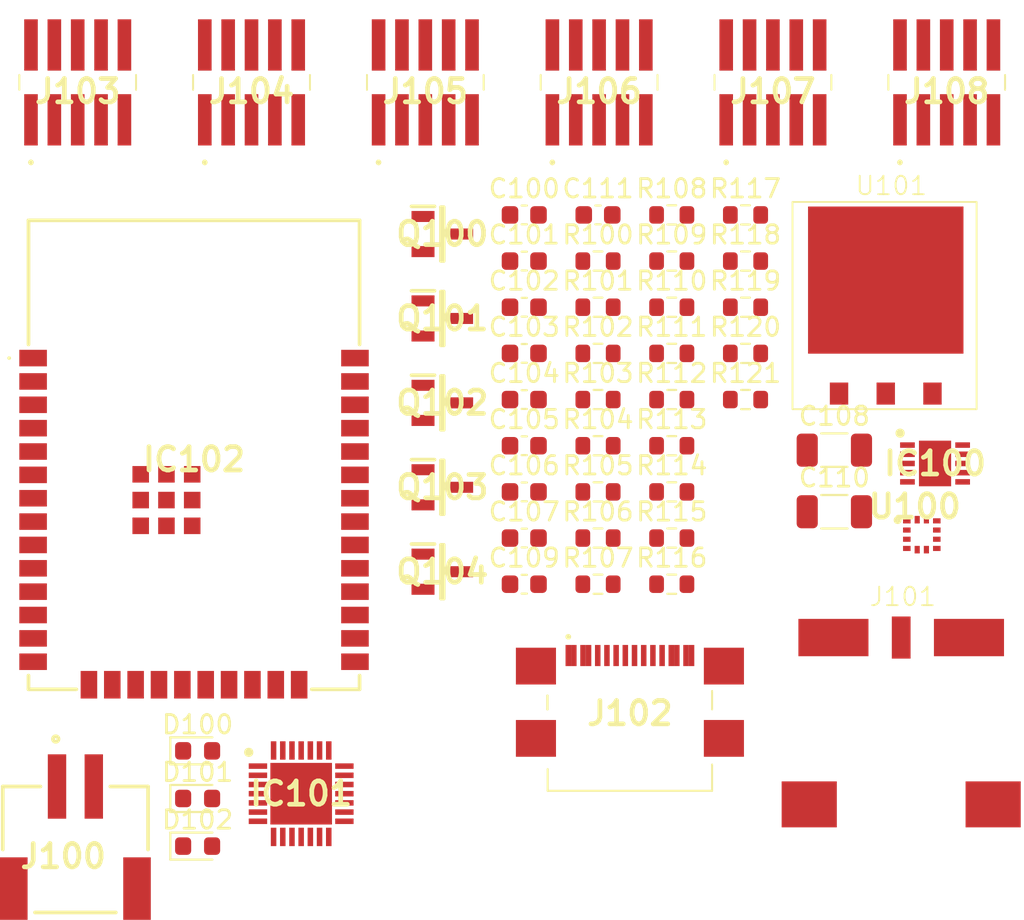
<source format=kicad_pcb>
(kicad_pcb (version 20221018) (generator pcbnew)
  (layers (0 "F.Cu" signal) (1 "In1.Cu" power) (2 "In2.Cu" power) (31 "B.Cu" signal) (34 "B.Paste" user) (35 "F.Paste" user) (36 "B.SilkS" user "B.Silkscreen") (37 "F.SilkS" user "F.Silkscreen") (38 "B.Mask" user) (39 "F.Mask" user) (44 "Edge.Cuts" user))
  (net 0 "")
  (net 1 "+3V3")
  (net 2 "GND")
  (net 3 "VBUS")
  (net 4 "CP2102_VDD")
  (net 5 "VBAT")
  (net 6 "Net-(IC102-EN)")
  (net 7 "Net-(D100-K)")
  (net 8 "Net-(D100-A)")
  (net 9 "Net-(D101-K)")
  (net 10 "Net-(D101-A)")
  (net 11 "Net-(D102-K)")
  (net 12 "Net-(D102-A)")
  (net 13 "Net-(IC100-PROG)")
  (net 14 "MASTER_CLK")
  (net 15 "LATCH")
  (net 16 "BRIGHTNESS_PWM")
  (net 17 "Net-(IC100-THERM)")
  (net 20 "SERIAL_IN0")
  (net 21 "Net-(IC101-VBUS)")
  (net 22 "MUX_B0")
  (net 23 "MUX_B1")
  (net 24 "MUX_B2")
  (net 25 "MUX_B3")
  (net 26 "VBAT_SENSE")
  (net 27 "VBUS_SENSE")
  (net 28 "CHG_100mA")
  (net 29 "BMA400_INT1")
  (net 30 "SDA")
  (net 31 "SCL")
  (net 32 "SERIAL_IN1")
  (net 33 "SERIAL_IN2")
  (net 34 "SERIAL_IN3")
  (net 35 "SERIAL_IN4")
  (net 36 "Net-(IC101-RSTB)")
  (net 37 "SERIAL_IN5")
  (net 46 "IO0")
  (net 49 "TXD")
  (net 50 "RXD")
  (net 53 "D+")
  (net 54 "D-")
  (net 60 "CHG_1.5A")
  (net 61 "CHG_500mA")
  (net 68 "RTS")
  (net 69 "DTR")
  (net 70 "Net-(J100-+)")
  (net 71 "Net-(J102-A5{slash}CC1)")
  (net 73 "Net-(J102-B5{slash}CC2)")
  (net 79 "Net-(Q100-D)")
  (net 80 "Net-(Q101-D)")
  (net 81 "Net-(Q102-D)")
  (net 82 "Net-(Q103-G)")
  (net 83 "Net-(Q103-S)")
  (net 84 "EN")
  (footprint "Resistor_SMD:R_0603_1608Metric" (layer "F.Cu") (at 217.275 56.73)
    (fp_text reference "R103" (at 0 -1.43) (layer "F.SilkS"))
    (fp_text value "1k")
    (pad "1" smd roundrect (at -0.825 0) (size 0.8 0.95) (layers "F.Cu" "F.Paste" "F.Mask") (net 4 "CP2102_VDD"))
    (pad "2" smd roundrect (at 0.825 0) (size 0.8 0.95) (layers "F.Cu" "F.Paste" "F.Mask") (net 36 "Net-(IC101-RSTB)"))
  )
  (footprint "Capacitor_SMD:C_0603_1608Metric" (layer "F.Cu") (at 213.265 56.73)
    (fp_text reference "C104" (at 0 -1.43) (layer "F.SilkS"))
    (fp_text value "100n")
    (pad "1" smd roundrect (at -0.775 0) (size 0.9 0.95) (layers "F.Cu" "F.Paste" "F.Mask") (net 1 "+3V3"))
    (pad "2" smd roundrect (at 0.775 0) (size 0.9 0.95) (layers "F.Cu" "F.Paste" "F.Mask") (net 2 "GND"))
  )
  (footprint "LEDCube:MIC37300-3.3-SPAK3" (layer "F.Cu") (at 232.92 56.405)
    (fp_text reference "U101" (at 0.3 -11.3 unlocked) (layer "F.SilkS") (effects (font (thickness 0.1))))
    (fp_text value "~")
    (pad "1" smd rect (at -2.54 0) (size 1 1.2) (layers "F.Cu" "F.Paste" "F.Mask") (net 5 "VBAT"))
    (pad "2" smd rect (at 0 -6.17) (size 8.45 8) (layers "F.Cu" "F.Mask") (net 2 "GND"))
    (pad "2" smd rect (at 0 0) (size 1 1.2) (layers "F.Cu" "F.Paste" "F.Mask") (net 2 "GND"))
    (pad "3" smd rect (at 2.54 0) (size 1 1.2) (layers "F.Cu" "F.Paste" "F.Mask") (net 1 "+3V3"))
  )
  (footprint "SamacSys_Parts:SOT96P237X111-3N" (layer "F.Cu") (at 208.81 52.32)
    (fp_text reference "Q101" (at 0 0) (layer "F.SilkS") (effects (font (size 1.27 1.27) (thickness 0.254))))
    (fp_text value "Q_NMOS_GSD" hide)
    (pad "1" smd rect (at -1.05 -0.955 90) (size 0.6 1.25) (layers "F.Cu" "F.Paste" "F.Mask") (net 61 "CHG_500mA"))
    (pad "2" smd rect (at -1.05 0.955 90) (size 0.6 1.25) (layers "F.Cu" "F.Paste" "F.Mask") (net 2 "GND"))
    (pad "3" smd rect (at 1.05 0 90) (size 0.6 1.25) (layers "F.Cu" "F.Paste" "F.Mask") (net 80 "Net-(Q101-D)"))
  )
  (footprint "Capacitor_SMD:C_0603_1608Metric" (layer "F.Cu") (at 213.265 64.26)
    (fp_text reference "C107" (at 0 -1.43) (layer "F.SilkS"))
    (fp_text value "4.7u")
    (pad "1" smd roundrect (at -0.775 0) (size 0.9 0.95) (layers "F.Cu" "F.Paste" "F.Mask") (net 5 "VBAT"))
    (pad "2" smd roundrect (at 0.775 0) (size 0.9 0.95) (layers "F.Cu" "F.Paste" "F.Mask") (net 2 "GND"))
  )
  (footprint "Resistor_SMD:R_0603_1608Metric" (layer "F.Cu") (at 217.275 64.26)
    (fp_text reference "R106" (at 0 -1.43) (layer "F.SilkS"))
    (fp_text value "2.49k")
    (pad "1" smd roundrect (at -0.825 0) (size 0.8 0.95) (layers "F.Cu" "F.Paste" "F.Mask") (net 13 "Net-(IC100-PROG)"))
    (pad "2" smd roundrect (at 0.825 0) (size 0.8 0.95) (layers "F.Cu" "F.Paste" "F.Mask") (net 80 "Net-(Q101-D)"))
  )
  (footprint "SamacSys_Parts:1769" (layer "F.Cu") (at 188.86 77.769)
    (fp_text reference "J100" (at -0.662 3.794) (layer "F.SilkS") (effects (font (size 1.27 1.27) (thickness 0.254))))
    (fp_text value "1769" hide)
    (pad "1" smd rect (at -1 0) (size 1 3.5) (layers "F.Cu" "F.Paste" "F.Mask") (net 70 "Net-(J100-+)"))
    (pad "2" smd rect (at 1 0) (size 1 3.5) (layers "F.Cu" "F.Paste" "F.Mask") (net 2 "GND"))
    (pad "3" smd rect (at -3.35 5.55) (size 1.5 3.4) (layers "F.Cu" "F.Paste" "F.Mask"))
    (pad "4" smd rect (at 3.35 5.55) (size 1.5 3.4) (layers "F.Cu" "F.Paste" "F.Mask"))
  )
  (footprint "SamacSys_Parts:SOT96P237X111-3N" (layer "F.Cu") (at 208.81 61.5)
    (fp_text reference "Q103" (at 0 0) (layer "F.SilkS") (effects (font (size 1.27 1.27) (thickness 0.254))))
    (fp_text value "Q_NMOS_GSD" hide)
    (pad "1" smd rect (at -1.05 -0.955 90) (size 0.6 1.25) (layers "F.Cu" "F.Paste" "F.Mask") (net 82 "Net-(Q103-G)"))
    (pad "2" smd rect (at -1.05 0.955 90) (size 0.6 1.25) (layers "F.Cu" "F.Paste" "F.Mask") (net 83 "Net-(Q103-S)"))
    (pad "3" smd rect (at 1.05 0 90) (size 0.6 1.25) (layers "F.Cu" "F.Paste" "F.Mask") (net 46 "IO0"))
  )
  (footprint "Capacitor_SMD:C_0603_1608Metric" (layer "F.Cu") (at 213.265 61.75)
    (fp_text reference "C106" (at 0 -1.43) (layer "F.SilkS"))
    (fp_text value "100n")
    (pad "1" smd roundrect (at -0.775 0) (size 0.9 0.95) (layers "F.Cu" "F.Paste" "F.Mask") (net 4 "CP2102_VDD"))
    (pad "2" smd roundrect (at 0.775 0) (size 0.9 0.95) (layers "F.Cu" "F.Paste" "F.Mask") (net 2 "GND"))
  )
  (footprint "Resistor_SMD:R_0603_1608Metric" (layer "F.Cu") (at 221.285 49.2)
    (fp_text reference "R109" (at 0 -1.43) (layer "F.SilkS"))
    (fp_text value "47.5k")
    (pad "1" smd roundrect (at -0.825 0) (size 0.8 0.95) (layers "F.Cu" "F.Paste" "F.Mask") (net 21 "Net-(IC101-VBUS)"))
    (pad "2" smd roundrect (at 0.825 0) (size 0.8 0.95) (layers "F.Cu" "F.Paste" "F.Mask") (net 2 "GND"))
  )
  (footprint "SamacSys_Parts:USB4110GFA" (layer "F.Cu") (at 219.01 74.325)
    (fp_text reference "J102" (at 0 -0.536) (layer "F.SilkS") (effects (font (size 1.27 1.27) (thickness 0.254))))
    (fp_text value "USB4110-GF-A" hide)
    (pad "" np_thru_hole circle (at -2.89 -2.603) (size 0.65 0.65) (drill 0.65) (layers "*.Cu" "*.Mask"))
    (pad "" np_thru_hole circle (at 2.89 -2.603) (size 0.65 0.65) (drill 0.65) (layers "*.Cu" "*.Mask"))
    (pad "A1" smd rect (at -3.35 -3.678) (size 0.3 1.15) (layers "F.Cu" "F.Paste" "F.Mask") (net 2 "GND"))
    (pad "A4" smd rect (at -2.55 -3.678) (size 0.3 1.15) (layers "F.Cu" "F.Paste" "F.Mask") (net 3 "VBUS"))
    (pad "A5" smd rect (at -1.25 -3.678) (size 0.3 1.15) (layers "F.Cu" "F.Paste" "F.Mask") (net 71 "Net-(J102-A5{slash}CC1)"))
    (pad "A6" smd rect (at -0.25 -3.678) (size 0.3 1.15) (layers "F.Cu" "F.Paste" "F.Mask") (net 53 "D+"))
    (pad "A7" smd rect (at 0.25 -3.678) (size 0.3 1.15) (layers "F.Cu" "F.Paste" "F.Mask") (net 54 "D-"))
    (pad "A8" smd rect (at 1.25 -3.678) (size 0.3 1.15) (layers "F.Cu" "F.Paste" "F.Mask"))
    (pad "A9" smd rect (at 2.55 -3.678) (size 0.3 1.15) (layers "F.Cu" "F.Paste" "F.Mask") (net 3 "VBUS"))
    (pad "A12" smd rect (at 3.35 -3.678) (size 0.3 1.15) (layers "F.Cu" "F.Paste" "F.Mask") (net 2 "GND"))
    (pad "B1" smd rect (at 3.05 -3.678) (size 0.3 1.15) (layers "F.Cu" "F.Paste" "F.Mask") (net 2 "GND"))
    (pad "B4" smd rect (at 2.25 -3.678) (size 0.3 1.15) (layers "F.Cu" "F.Paste" "F.Mask") (net 3 "VBUS"))
    (pad "B5" smd rect (at 1.75 -3.678) (size 0.3 1.15) (layers "F.Cu" "F.Paste" "F.Mask") (net 73 "Net-(J102-B5{slash}CC2)"))
    (pad "B6" smd rect (at 0.75 -3.678) (size 0.3 1.15) (layers "F.Cu" "F.Paste" "F.Mask") (net 53 "D+"))
    (pad "B7" smd rect (at -0.75 -3.678) (size 0.3 1.15) (layers "F.Cu" "F.Paste" "F.Mask") (net 54 "D-"))
    (pad "B8" smd rect (at -1.75 -3.678) (size 0.3 1.15) (layers "F.Cu" "F.Paste" "F.Mask"))
    (pad "B9" smd rect (at -2.25 -3.678) (size 0.3 1.15) (layers "F.Cu" "F.Paste" "F.Mask") (net 3 "VBUS"))
    (pad "B12" smd rect (at -3.05 -3.678) (size 0.3 1.15) (layers "F.Cu" "F.Paste" "F.Mask") (net 2 "GND"))
    (pad "MP1" smd rect (at -5.11 0.827 90) (size 2 2.18) (layers "F.Cu" "F.Paste" "F.Mask"))
    (pad "MP2" smd rect (at 5.11 0.827 90) (size 2 2.18) (layers "F.Cu" "F.Paste" "F.Mask"))
    (pad "MP3" smd rect (at -5.11 -3.103 90) (size 2 2.18) (layers "F.Cu" "F.Paste" "F.Mask"))
    (pad "MP4" smd rect (at 5.11 -3.103 90) (size 2 2.18) (layers "F.Cu" "F.Paste" "F.Mask"))
  )
  (footprint "Capacitor_SMD:C_1206_3216Metric" (layer "F.Cu") (at 230.125 59.48)
    (fp_text reference "C108" (at 0 -1.85) (layer "F.SilkS"))
    (fp_text value "47u")
    (pad "1" smd roundrect (at -1.475 0) (size 1.15 1.8) (layers "F.Cu" "F.Paste" "F.Mask") (roundrect_rratio 0.217391) (net 1 "+3V3"))
    (pad "2" smd roundrect (at 1.475 0) (size 1.15 1.8) (layers "F.Cu" "F.Paste" "F.Mask") (roundrect_rratio 0.217391) (net 2 "GND"))
  )
  (footprint "Resistor_SMD:R_0603_1608Metric" (layer "F.Cu") (at 221.285 54.22)
    (fp_text reference "R111" (at 0 -1.43) (layer "F.SilkS"))
    (fp_text value "10k")
    (pad "1" smd roundrect (at -0.825 0) (size 0.8 0.95) (layers "F.Cu" "F.Paste" "F.Mask") (net 1 "+3V3"))
    (pad "2" smd roundrect (at 0.825 0) (size 0.8 0.95) (layers "F.Cu" "F.Paste" "F.Mask") (net 30 "SDA"))
  )
  (footprint "SamacSys_Parts:FTSH10501FDVK" (layer "F.Cu") (at 198.435 39.485)
    (fp_text reference "J104" (at 0 0.485) (layer "F.SilkS") (effects (font (size 1.27 1.27) (thickness 0.254))))
    (fp_text value "15-91-0100" hide)
    (pad "1" smd rect (at -2.54 2.035) (size 0.74 2.79) (layers "F.Cu" "F.Paste" "F.Mask") (net 1 "+3V3"))
    (pad "2" smd rect (at -2.54 -2.035) (size 0.74 2.79) (layers "F.Cu" "F.Paste" "F.Mask") (net 25 "MUX_B3"))
    (pad "3" smd rect (at -1.27 2.035) (size 0.74 2.79) (layers "F.Cu" "F.Paste" "F.Mask") (net 35 "SERIAL_IN4"))
    (pad "4" smd rect (at -1.27 -2.035) (size 0.74 2.79) (layers "F.Cu" "F.Paste" "F.Mask") (net 24 "MUX_B2"))
    (pad "5" smd rect (at 0 2.035) (size 0.74 2.79) (layers "F.Cu" "F.Paste" "F.Mask") (net 15 "LATCH"))
    (pad "6" smd rect (at 0 -2.035) (size 0.74 2.79) (layers "F.Cu" "F.Paste" "F.Mask") (net 23 "MUX_B1"))
    (pad "7" smd rect (at 1.27 2.035) (size 0.74 2.79) (layers "F.Cu" "F.Paste" "F.Mask") (net 14 "MASTER_CLK"))
    (pad "8" smd rect (at 1.27 -2.035) (size 0.74 2.79) (layers "F.Cu" "F.Paste" "F.Mask") (net 22 "MUX_B0"))
    (pad "9" smd rect (at 2.54 2.035) (size 0.74 2.79) (layers "F.Cu" "F.Paste" "F.Mask") (net 16 "BRIGHTNESS_PWM"))
    (pad "10" smd rect (at 2.54 -2.035) (size 0.74 2.79) (layers "F.Cu" "F.Paste" "F.Mask") (net 2 "GND"))
  )
  (footprint "Resistor_SMD:R_0603_1608Metric" (layer "F.Cu") (at 217.275 49.2)
    (fp_text reference "R100" (at 0 -1.43) (layer "F.SilkS"))
    (fp_text value "1k")
    (pad "1" smd roundrect (at -0.825 0) (size 0.8 0.95) (layers "F.Cu" "F.Paste" "F.Mask") (net 3 "VBUS"))
    (pad "2" smd roundrect (at 0.825 0) (size 0.8 0.95) (layers "F.Cu" "F.Paste" "F.Mask") (net 8 "Net-(D100-A)"))
  )
  (footprint "Resistor_SMD:R_0603_1608Metric" (layer "F.Cu") (at 217.275 61.75)
    (fp_text reference "R105" (at 0 -1.43) (layer "F.SilkS"))
    (fp_text value "10k")
    (pad "1" smd roundrect (at -0.825 0) (size 0.8 0.95) (layers "F.Cu" "F.Paste" "F.Mask") (net 13 "Net-(IC100-PROG)"))
    (pad "2" smd roundrect (at 0.825 0) (size 0.8 0.95) (layers "F.Cu" "F.Paste" "F.Mask") (net 81 "Net-(Q102-D)"))
  )
  (footprint "Resistor_SMD:R_0603_1608Metric" (layer "F.Cu") (at 221.285 61.75)
    (fp_text reference "R114" (at 0 -1.43) (layer "F.SilkS"))
    (fp_text value "10k")
    (pad "1" smd roundrect (at -0.825 0) (size 0.8 0.95) (layers "F.Cu" "F.Paste" "F.Mask") (net 1 "+3V3"))
    (pad "2" smd roundrect (at 0.825 0) (size 0.8 0.95) (layers "F.Cu" "F.Paste" "F.Mask") (net 6 "Net-(IC102-EN)"))
  )
  (footprint "Resistor_SMD:R_0603_1608Metric" (layer "F.Cu") (at 221.285 64.26)
    (fp_text reference "R115" (at 0 -1.43) (layer "F.SilkS"))
    (fp_text value "10k")
    (pad "1" smd roundrect (at -0.825 0) (size 0.8 0.95) (layers "F.Cu" "F.Paste" "F.Mask") (net 5 "VBAT"))
    (pad "2" smd roundrect (at 0.825 0) (size 0.8 0.95) (layers "F.Cu" "F.Paste" "F.Mask") (net 26 "VBAT_SENSE"))
  )
  (footprint "Resistor_SMD:R_0603_1608Metric" (layer "F.Cu") (at 225.295 46.69)
    (fp_text reference "R117" (at 0 -1.43) (layer "F.SilkS"))
    (fp_text value "10k")
    (pad "1" smd roundrect (at -0.825 0) (size 0.8 0.95) (layers "F.Cu" "F.Paste" "F.Mask") (net 28 "CHG_100mA"))
    (pad "2" smd roundrect (at 0.825 0) (size 0.8 0.95) (layers "F.Cu" "F.Paste" "F.Mask") (net 2 "GND"))
  )
  (footprint "Resistor_SMD:R_0603_1608Metric" (layer "F.Cu") (at 225.295 56.73)
    (fp_text reference "R121" (at 0 -1.43) (layer "F.SilkS"))
    (fp_text value "5.1k")
    (pad "1" smd roundrect (at -0.825 0) (size 0.8 0.95) (layers "F.Cu" "F.Paste" "F.Mask") (net 73 "Net-(J102-B5{slash}CC2)"))
    (pad "2" smd roundrect (at 0.825 0) (size 0.8 0.95) (layers "F.Cu" "F.Paste" "F.Mask") (net 2 "GND"))
  )
  (footprint "Resistor_SMD:R_0603_1608Metric" (layer "F.Cu") (at 225.295 51.71)
    (fp_text reference "R119" (at 0 -1.43) (layer "F.SilkS"))
    (fp_text value "10k")
    (pad "1" smd roundrect (at -0.825 0) (size 0.8 0.95) (layers "F.Cu" "F.Paste" "F.Mask") (net 27 "VBUS_SENSE"))
    (pad "2" smd roundrect (at 0.825 0) (size 0.8 0.95) (layers "F.Cu" "F.Paste" "F.Mask") (net 2 "GND"))
  )
  (footprint "Resistor_SMD:R_0603_1608Metric" (layer "F.Cu") (at 217.275 66.77)
    (fp_text reference "R107" (at 0 -1.43) (layer "F.SilkS"))
    (fp_text value "10k")
    (pad "1" smd roundrect (at -0.825 0) (size 0.8 0.95) (layers "F.Cu" "F.Paste" "F.Mask") (net 17 "Net-(IC100-THERM)"))
    (pad "2" smd roundrect (at 0.825 0) (size 0.8 0.95) (layers "F.Cu" "F.Paste" "F.Mask") (net 2 "GND"))
  )
  (footprint "Resistor_SMD:R_0603_1608Metric" (layer "F.Cu") (at 217.275 51.71)
    (fp_text reference "R101" (at 0 -1.43) (layer "F.SilkS"))
    (fp_text value "1k")
    (pad "1" smd roundrect (at -0.825 0) (size 0.8 0.95) (layers "F.Cu" "F.Paste" "F.Mask") (net 3 "VBUS"))
    (pad "2" smd roundrect (at 0.825 0) (size 0.8 0.95) (layers "F.Cu" "F.Paste" "F.Mask") (net 10 "Net-(D101-A)"))
  )
  (footprint "LEDCube:PowerSwitch" (layer "F.Cu") (at 233.76 69.67)
    (fp_text reference "J101" (at 0.09 -2.22 unlocked) (layer "F.SilkS") (effects (font (thickness 0.1))))
    (fp_text value "~")
    (pad "1" smd rect (at -3.685 0) (size 3.81 2.03) (layers "F.Cu" "F.Paste" "F.Mask") (net 2 "GND"))
    (pad "2" smd rect (at 0 0) (size 1.02 2.29) (layers "F.Cu" "F.Paste" "F.Mask") (net 5 "VBAT"))
    (pad "3" smd rect (at 3.685 0) (size 3.81 2.03) (layers "F.Cu" "F.Paste" "F.Mask") (net 70 "Net-(J100-+)"))
    (pad "4" smd rect (at -5 9.07) (size 3 2.5) (layers "F.Cu" "F.Paste" "F.Mask") (net 2 "GND"))
    (pad "4" smd rect (at 5 9.07) (size 3 2.5) (layers "F.Cu" "F.Paste" "F.Mask") (net 2 "GND"))
  )
  (footprint "SamacSys_Parts:SOT96P237X111-3N" (layer "F.Cu") (at 208.81 56.91)
    (fp_text reference "Q102" (at 0 0) (layer "F.SilkS") (effects (font (size 1.27 1.27) (thickness 0.254))))
    (fp_text value "Q_NMOS_GSD" hide)
    (pad "1" smd rect (at -1.05 -0.955 90) (size 0.6 1.25) (layers "F.Cu" "F.Paste" "F.Mask") (net 28 "CHG_100mA"))
    (pad "2" smd rect (at -1.05 0.955 90) (size 0.6 1.25) (layers "F.Cu" "F.Paste" "F.Mask") (net 2 "GND"))
    (pad "3" smd rect (at 1.05 0 90) (size 0.6 1.25) (layers "F.Cu" "F.Paste" "F.Mask") (net 81 "Net-(Q102-D)"))
  )
  (footprint "Capacitor_SMD:C_0603_1608Metric" (layer "F.Cu") (at 213.265 59.24)
    (fp_text reference "C105" (at 0 -1.43) (layer "F.SilkS"))
    (fp_text value "4.7u")
    (pad "1" smd roundrect (at -0.775 0) (size 0.9 0.95) (layers "F.Cu" "F.Paste" "F.Mask") (net 4 "CP2102_VDD"))
    (pad "2" smd roundrect (at 0.775 0) (size 0.9 0.95) (layers "F.Cu" "F.Paste" "F.Mask") (net 2 "GND"))
  )
  (footprint "LED_SMD:LED_0603_1608Metric" (layer "F.Cu") (at 195.505 78.42)
    (fp_text reference "D101" (at 0 -1.43) (layer "F.SilkS"))
    (fp_text value "Amber")
    (pad "1" smd roundrect (at -0.7875 0) (size 0.875 0.95) (layers "F.Cu" "F.Paste" "F.Mask") (net 9 "Net-(D101-K)"))
    (pad "2" smd roundrect (at 0.7875 0) (size 0.875 0.95) (layers "F.Cu" "F.Paste" "F.Mask") (net 10 "Net-(D101-A)"))
  )
  (footprint "SamacSys_Parts:QFN50P500X500X80-29N-D" (layer "F.Cu") (at 201.135 78.16)
    (fp_text reference "IC101" (at 0 0) (layer "F.SilkS") (effects (font (size 1.27 1.27) (thickness 0.254))))
    (fp_text value "CP2102N-A02-GQFN28" hide)
    (pad "1" smd rect (at -2.35 -1.5 90) (size 0.3 1) (layers "F.Cu" "F.Paste" "F.Mask"))
    (pad "2" smd rect (at -2.35 -1 90) (size 0.3 1) (layers "F.Cu" "F.Paste" "F.Mask"))
    (pad "3" smd rect (at -2.35 -0.5 90) (size 0.3 1) (layers "F.Cu" "F.Paste" "F.Mask") (net 2 "GND"))
    (pad "4" smd rect (at -2.35 0 90) (size 0.3 1) (layers "F.Cu" "F.Paste" "F.Mask") (net 53 "D+"))
    (pad "5" smd rect (at -2.35 0.5 90) (size 0.3 1) (layers "F.Cu" "F.Paste" "F.Mask") (net 54 "D-"))
    (pad "6" smd rect (at -2.35 1 90) (size 0.3 1) (layers "F.Cu" "F.Paste" "F.Mask") (net 4 "CP2102_VDD"))
    (pad "7" smd rect (at -2.35 1.5 90) (size 0.3 1) (layers "F.Cu" "F.Paste" "F.Mask") (net 3 "VBUS"))
    (pad "8" smd rect (at -1.5 2.35) (size 0.3 1) (layers "F.Cu" "F.Paste" "F.Mask") (net 21 "Net-(IC101-VBUS)"))
    (pad "9" smd rect (at -1 2.35) (size 0.3 1) (layers "F.Cu" "F.Paste" "F.Mask") (net 36 "Net-(IC101-RSTB)"))
    (pad "10" smd rect (at -0.5 2.35) (size 0.3 1) (layers "F.Cu" "F.Paste" "F.Mask"))
    (pad "11" smd rect (at 0 2.35) (size 0.3 1) (layers "F.Cu" "F.Paste" "F.Mask"))
    (pad "12" smd rect (at 0.5 2.35) (size 0.3 1) (layers "F.Cu" "F.Paste" "F.Mask"))
    (pad "13" smd rect (at 1 2.35) (size 0.3 1) (layers "F.Cu" "F.Paste" "F.Mask") (net 28 "CHG_100mA"))
    (pad "14" smd rect (at 1.5 2.35) (size 0.3 1) (layers "F.Cu" "F.Paste" "F.Mask") (net 60 "CHG_1.5A"))
    (pad "15" smd rect (at 2.35 1.5 90) (size 0.3 1) (layers "F.Cu" "F.Paste" "F.Mask") (net 61 "CHG_500mA"))
    (pad "16" smd rect (at 2.35 1 90) (size 0.3 1) (layers "F.Cu" "F.Paste" "F.Mask"))
    (pad "17" smd rect (at 2.35 0.5 90) (size 0.3 1) (layers "F.Cu" "F.Paste" "F.Mask"))
    (pad "18" smd rect (at 2.35 0 90) (size 0.3 1) (layers "F.Cu" "F.Paste" "F.Mask"))
    (pad "19" smd rect (at 2.35 -0.5 90) (size 0.3 1) (layers "F.Cu" "F.Paste" "F.Mask"))
    (pad "20" smd rect (at 2.35 -1 90) (size 0.3 1) (layers "F.Cu" "F.Paste" "F.Mask"))
    (pad "21" smd rect (at 2.35 -1.5 90) (size 0.3 1) (layers "F.Cu" "F.Paste" "F.Mask"))
    (pad "22" smd rect (at 1.5 -2.35) (size 0.3 1) (layers "F.Cu" "F.Paste" "F.Mask"))
    (pad "23" smd rect (at 1 -2.35) (size 0.3 1) (layers "F.Cu" "F.Paste" "F.Mask"))
    (pad "24" smd rect (at 0.5 -2.35) (size 0.3 1) (layers "F.Cu" "F.Paste" "F.Mask") (net 68 "RTS"))
    (pad "25" smd rect (at 0 -2.35) (size 0.3 1) (layers "F.Cu" "F.Paste" "F.Mask") (net 50 "RXD"))
    (pad "26" smd rect (at -0.5 -2.35) (size 0.3 1) (layers "F.Cu" "F.Paste" "F.Mask") (net 49 "TXD"))
    (pad "27" smd rect (at -1 -2.35) (size 0.3 1) (layers "F.Cu" "F.Paste" "F.Mask"))
    (pad "28" smd rect (at -1.5 -2.35) (size 0.3 1) (layers "F.Cu" "F.Paste" "F.Mask") (net 69 "DTR"))
    (pad "29" smd rect (at 0 0) (size 3.35 3.35) (layers "F.Cu" "F.Paste" "F.Mask") (net 2 "GND"))
  )
  (footprint "SamacSys_Parts:ESP32WROOM32EH4" (layer "F.Cu") (at 195.31 59.735)
    (fp_text reference "IC102" (at 0 0.25) (layer "F.SilkS") (effects (font (size 1.27 1.27) (thickness 0.254))))
    (fp_text value "ESP32-WROOM-32E-H4" hide)
    (pad "1" smd rect (at -8.75 -5.26 90) (size 0.9 1.5) (layers "F.Cu" "F.Paste" "F.Mask") (net 2 "GND"))
    (pad "2" smd rect (at -8.75 -3.99 90) (size 0.9 1.5) (layers "F.Cu" "F.Paste" "F.Mask") (net 1 "+3V3"))
    (pad "3" smd rect (at -8.75 -2.72 90) (size 0.9 1.5) (layers "F.Cu" "F.Paste" "F.Mask") (net 6 "Net-(IC102-EN)"))
    (pad "4" smd rect (at -8.75 -1.45 90) (size 0.9 1.5) (layers "F.Cu" "F.Paste" "F.Mask") (net 27 "VBUS_SENSE"))
    (pad "5" smd rect (at -8.75 -0.18 90) (size 0.9 1.5) (layers "F.Cu" "F.Paste" "F.Mask") (net 28 "CHG_100mA"))
    (pad "6" smd rect (at -8.75 1.09 90) (size 0.9 1.5) (layers "F.Cu" "F.Paste" "F.Mask") (net 29 "BMA400_INT1"))
    (pad "7" smd rect (at -8.75 2.36 90) (size 0.9 1.5) (layers "F.Cu" "F.Paste" "F.Mask") (net 26 "VBAT_SENSE"))
    (pad "8" smd rect (at -8.75 3.63 90) (size 0.9 1.5) (layers "F.Cu" "F.Paste" "F.Mask") (net 30 "SDA"))
    (pad "9" smd rect (at -8.75 4.9 90) (size 0.9 1.5) (layers "F.Cu" "F.Paste" "F.Mask") (net 31 "SCL"))
    (pad "10" smd rect (at -8.75 6.17 90) (size 0.9 1.5) (layers "F.Cu" "F.Paste" "F.Mask") (net 32 "SERIAL_IN1"))
    (pad "11" smd rect (at -8.75 7.44 90) (size 0.9 1.5) (layers "F.Cu" "F.Paste" "F.Mask") (net 33 "SERIAL_IN2"))
    (pad "12" smd rect (at -8.75 8.71 90) (size 0.9 1.5) (layers "F.Cu" "F.Paste" "F.Mask") (net 34 "SERIAL_IN3"))
    (pad "13" smd rect (at -8.75 9.98 90) (size 0.9 1.5) (layers "F.Cu" "F.Paste" "F.Mask") (net 35 "SERIAL_IN4"))
    (pad "14" smd rect (at -8.75 11.25 90) (size 0.9 1.5) (layers "F.Cu" "F.Paste" "F.Mask"))
    (pad "15" smd rect (at -5.715 12.5) (size 0.9 1.5) (layers "F.Cu" "F.Paste" "F.Mask") (net 2 "GND"))
    (pad "16" smd rect (at -4.445 12.5) (size 0.9 1.5) (layers "F.Cu" "F.Paste" "F.Mask") (net 37 "SERIAL_IN5"))
    (pad "17" smd rect (at -3.175 12.5) (size 0.9 1.5) (layers "F.Cu" "F.Paste" "F.Mask"))
    (pad "18" smd rect (at -1.905 12.5) (size 0.9 1.5) (layers "F.Cu" "F.Paste" "F.Mask"))
    (pad "19" smd rect (at -0.635 12.5) (size 0.9 1.5) (layers "F.Cu" "F.Paste" "F.Mask"))
    (pad "20" smd rect (at 0.635 12.5) (size 0.9 1.5) (layers "F.Cu" "F.Paste" "F.Mask"))
    (pad "21" smd rect (at 1.905 12.5) (size 0.9 1.5) (layers "F.Cu" "F.Paste" "F.Mask"))
    (pad "22" smd rect (at 3.175 12.5) (size 0.9 1.5) (layers "F.Cu" "F.Paste" "F.Mask"))
    (pad "23" smd rect (at 4.445 12.5) (size 0.9 1.5) (layers "F.Cu" "F.Paste" "F.Mask"))
    (pad "24" smd rect (at 5.715 12.5) (size 0.9 1.5) (layers "F.Cu" "F.Paste" "F.Mask"))
    (pad "25" smd rect (at 8.75 11.25 90) (size 0.9 1.5) (layers "F.Cu" "F.Paste" "F.Mask") (net 46 "IO0"))
    (pad "26" smd rect (at 8.75 9.98 90) (size 0.9 1.5) (layers "F.Cu" "F.Paste" "F.Mask") (net 24 "MUX_B2"))
    (pad "27" smd rect (at 8.75 8.71 90) (size 0.9 1.5) (layers "F.Cu" "F.Paste" "F.Mask") (net 25 "MUX_B3"))
    (pad "28" smd rect (at 8.75 7.44 90) (size 0.9 1.5) (layers "F.Cu" "F.Paste" "F.Mask") (net 16 "BRIGHTNESS_PWM"))
    (pad "29" smd rect (at 8.75 6.17 90) (size 0.9 1.5) (layers "F.Cu" "F.Paste" "F.Mask"))
    (pad "30" smd rect (at 8.75 4.9 90) (size 0.9 1.5) (layers "F.Cu" "F.Paste" "F.Mask") (net 22 "MUX_B0"))
    (pad "31" smd rect (at 8.75 3.63 90) (size 0.9 1.5) (layers "F.Cu" "F.Paste" "F.Mask") (net 23 "MUX_B1"))
    (pad "32" smd rect (at 8.75 2.36 90) (size 0.9 1.5) (layers "F.Cu" "F.Paste" "F.Mask"))
    (pad "33" smd rect (at 8.75 1.09 90) (size 0.9 1.5) (layers "F.Cu" "F.Paste" "F.Mask") (net 15 "LATCH"))
    (pad "34" smd rect (at 8.75 -0.18 90) (size 0.9 1.5) (layers "F.Cu" "F.Paste" "F.Mask") (net 49 "TXD"))
    (pad "35" smd rect (at 8.75 -1.45 90) (size 0.9 1.5) (layers "F.Cu" "F.Paste" "F.Mask") (net 50 "RXD"))
    (pad "36" smd rect (at 8.75 -2.72 90) (size 0.9 1.5) (layers "F.Cu" "F.Paste" "F.Mask") (net 14 "MASTER_CLK"))
    (pad "37" smd rect (at 8.75 -3.99 90) (size 0.9 1.5) (layers "F.Cu" "F.Paste" "F.Mask") (net 20 "SERIAL_IN0"))
    (pad "38" smd rect (at 8.75 -5.26 90) (size 0.9 1.5) (layers "F.Cu" "F.Paste" "F.Mask") (net 2 "GND"))
    (pad "39" smd rect (at -1.5 2.46 90) (size 0.9 0.9) (layers "F.Cu" "F.Paste" "F.Mask") (net 2 "GND"))
    (pad "40" smd rect (at -2.9 1.06 90) (size 0.9 0.9) (layers "F.Cu" "F.Paste" "F.Mask") (net 2 "GND"))
    (pad "41" smd rect (at -2.9 2.46 90) (size 0.9 0.9) (layers "F.Cu" "F.Paste" "F.Mask") (net 2 "GND"))
    (pad "42" smd rect (at -2.9 3.86 90) (size 0.9 0.9) (layers "F.Cu" "F.Paste" "F.Mask") (net 2 "GND"))
    (pad "43" smd rect (at -1.5 3.86 90) (size 0.9 0.9) (layers "F.Cu" "F.Paste" "F.Mask") (net 2 "GND"))
    (pad "44" smd rect (at -0.1 3.86 90) (size 0.9 0.9) (layers "F.Cu" "F.Paste" "F.Mask") (net 2 "GND"))
    (pad "45" smd rect (at -0.1 2.46 90) (size 0.9 0.9) (layers "F.Cu" "F.Paste" "F.Mask") (net 2 "GND"))
    (pad "46" smd rect (at -0.1 1.06 90) (size 0.9 0.9) (layers "F.Cu" "F.Paste" "F.Mask") (net 2 "GND"))
    (pad "47" smd rect (at -1.5 1.06 90) (size 0.9 0.9) (layers "F.Cu" "F.Paste" "F.Mask") (net 2 "GND"))
  )
  (footprint "Resistor_SMD:R_0603_1608Metric" (layer "F.Cu") (at 221.285 59.24)
    (fp_text reference "R113" (at 0 -1.43) (layer "F.SilkS"))
    (fp_text value "1k")
    (pad "1" smd roundrect (at -0.825 0) (size 0.8 0.95) (layers "F.Cu" "F.Paste" "F.Mask") (net 83 "Net-(Q103-S)"))
    (pad "2" smd roundrect (at 0.825 0) (size 0.8 0.95) (layers "F.Cu" "F.Paste" "F.Mask") (net 69 "DTR"))
  )
  (footprint "Resistor_SMD:R_0603_1608Metric" (layer "F.Cu") (at 221.285 56.73)
    (fp_text reference "R112" (at 0 -1.43) (layer "F.SilkS"))
    (fp_text value "1k")
    (pad "1" smd roundrect (at -0.825 0) (size 0.8 0.95) (layers "F.Cu" "F.Paste" "F.Mask") (net 68 "RTS"))
    (pad "2" smd roundrect (at 0.825 0) (size 0.8 0.95) (layers "F.Cu" "F.Paste" "F.Mask") (net 82 "Net-(Q103-G)"))
  )
  (footprint "Resistor_SMD:R_0603_1608Metric" (layer "F.Cu") (at 221.285 66.77)
    (fp_text reference "R116" (at 0 -1.43) (layer "F.SilkS"))
    (fp_text value "10k")
    (pad "1" smd roundrect (at -0.825 0) (size 0.8 0.95) (layers "F.Cu" "F.Paste" "F.Mask") (net 3 "VBUS"))
    (pad "2" smd roundrect (at 0.825 0) (size 0.8 0.95) (layers "F.Cu" "F.Paste" "F.Mask") (net 27 "VBUS_SENSE"))
  )
  (footprint "SamacSys_Parts:SOT96P237X111-3N" (layer "F.Cu") (at 208.81 66.09)
    (fp_text reference "Q104" (at 0 0) (layer "F.SilkS") (effects (font (size 1.27 1.27) (thickness 0.254))))
    (fp_text value "Q_NMOS_GSD" hide)
    (pad "1" smd rect (at -1.05 -0.955 90) (size 0.6 1.25) (layers "F.Cu" "F.Paste" "F.Mask") (net 83 "Net-(Q103-S)"))
    (pad "2" smd rect (at -1.05 0.955 90) (size 0.6 1.25) (layers "F.Cu" "F.Paste" "F.Mask") (net 82 "Net-(Q103-G)"))
    (pad "3" smd rect (at 1.05 0 90) (size 0.6 1.25) (layers "F.Cu" "F.Paste" "F.Mask") (net 84 "EN"))
  )
  (footprint "SamacSys_Parts:FTSH10501FDVK" (layer "F.Cu") (at 217.335 39.485)
    (fp_text reference "J106" (at 0 0.485) (layer "F.SilkS") (effects (font (size 1.27 1.27) (thickness 0.254))))
    (fp_text value "15-91-0100" hide)
    (pad "1" smd rect (at -2.54 2.035) (size 0.74 2.79) (layers "F.Cu" "F.Paste" "F.Mask") (net 1 "+3V3"))
    (pad "2" smd rect (at -2.54 -2.035) (size 0.74 2.79) (layers "F.Cu" "F.Paste" "F.Mask") (net 25 "MUX_B3"))
    (pad "3" smd rect (at -1.27 2.035) (size 0.74 2.79) (layers "F.Cu" "F.Paste" "F.Mask") (net 32 "SERIAL_IN1"))
    (pad "4" smd rect (at -1.27 -2.035) (size 0.74 2.79) (layers "F.Cu" "F.Paste" "F.Mask") (net 24 "MUX_B2"))
    (pad "5" smd rect (at 0 2.035) (size 0.74 2.79) (layers "F.Cu" "F.Paste" "F.Mask") (net 15 "LATCH"))
    (pad "6" smd rect (at 0 -2.035) (size 0.74 2.79) (layers "F.Cu" "F.Paste" "F.Mask") (net 23 "MUX_B1"))
    (pad "7" smd rect (at 1.27 2.035) (size 0.74 2.79) (layers "F.Cu" "F.Paste" "F.Mask") (net 14 "MASTER_CLK"))
    (pad "8" smd rect (at 1.27 -2.035) (size 0.74 2.79) (layers "F.Cu" "F.Paste" "F.Mask") (net 22 "MUX_B0"))
    (pad "9" smd rect (at 2.54 2.035) (size 0.74 2.79) (layers "F.Cu" "F.Paste" "F.Mask") (net 16 "BRIGHTNESS_PWM"))
    (pad "10" smd rect (at 2.54 -2.035) (size 0.74 2.79) (layers "F.Cu" "F.Paste" "F.Mask") (net 2 "GND"))
  )
  (footprint "SamacSys_Parts:FTSH10501FDVK" (layer "F.Cu") (at 226.785 39.485)
    (fp_text reference "J107" (at 0 0.485) (layer "F.SilkS") (effects (font (size 1.27 1.27) (thickness 0.254))))
    (fp_text value "15-91-0100" hide)
    (pad "1" smd rect (at -2.54 2.035) (size 0.74 2.79) (layers "F.Cu" "F.Paste" "F.Mask") (net 1 "+3V3"))
    (pad "2" smd rect (at -2.54 -2.035) (size 0.74 2.79) (layers "F.Cu" "F.Paste" "F.Mask") (net 25 "MUX_B3"))
    (pad "3" smd rect (at -1.27 2.035) (size 0.74 2.79) (layers "F.Cu" "F.Paste" "F.Mask") (net 37 "SERIAL_IN5"))
    (pad "4" smd rect (at -1.27 -2.035) (size 0.74 2.79) (layers "F.Cu" "F.Paste" "F.Mask") (net 24 "MUX_B2"))
    (pad "5" smd rect (at 0 2.035) (size 0.74 2.79) (layers "F.Cu" "F.Paste" "F.Mask") (net 15 "LATCH"))
    (pad "6" smd rect (at 0 -2.035) (size 0.74 2.79) (layers "F.Cu" "F.Paste" "F.Mask") (net 23 "MUX_B1"))
    (pad "7" smd rect (at 1.27 2.035) (size 0.74 2.79) (layers "F.Cu" "F.Paste" "F.Mask") (net 14 "MASTER_CLK"))
    (pad "8" smd rect (at 1.27 -2.035) (size 0.74 2.79) (layers "F.Cu" "F.Paste" "F.Mask") (net 22 "MUX_B0"))
    (pad "9" smd rect (at 2.54 2.035) (size 0.74 2.79) (layers "F.Cu" "F.Paste" "F.Mask") (net 16 "BRIGHTNESS_PWM"))
    (pad "10" smd rect (at 2.54 -2.035) (size 0.74 2.79) (layers "F.Cu" "F.Paste" "F.Mask") (net 2 "GND"))
  )
  (footprint "Capacitor_SMD:C_0603_1608Metric" (layer "F.Cu") (at 213.265 54.22)
    (fp_text reference "C103" (at 0 -1.43) (layer "F.SilkS"))
    (fp_text value "100n")
    (pad "1" smd roundrect (at -0.775 0) (size 0.9 0.95) (layers "F.Cu" "F.Paste" "F.Mask") (net 1 "+3V3"))
    (pad "2" smd roundrect (at 0.775 0) (size 0.9 0.95) (layers "F.Cu" "F.Paste" "F.Mask") (net 2 "GND"))
  )
  (footprint "SamacSys_Parts:FTSH10501FDVK" (layer "F.Cu") (at 188.985 39.485)
    (fp_text reference "J103" (at 0 0.485) (layer "F.SilkS") (effects (font (size 1.27 1.27) (thickness 0.254))))
    (fp_text value "15-91-0100" hide)
    (pad "1" smd rect (at -2.54 2.035) (size 0.74 2.79) (layers "F.Cu" "F.Paste" "F.Mask") (net 1 "+3V3"))
    (pad "2" smd rect (at -2.54 -2.035) (size 0.74 2.79) (layers "F.Cu" "F.Paste" "F.Mask") (net 25 "MUX_B3"))
    (pad "3" smd rect (at -1.27 2.035) (size 0.74 2.79) (layers "F.Cu" "F.Paste" "F.Mask") (net 20 "SERIAL_IN0"))
    (pad "4" smd rect (at -1.27 -2.035) (size 0.74 2.79) (layers "F.Cu" "F.Paste" "F.Mask") (net 24 "MUX_B2"))
    (pad "5" smd rect (at 0 2.035) (size 0.74 2.79) (layers "F.Cu" "F.Paste" "F.Mask") (net 15 "LATCH"))
    (pad "6" smd rect (at 0 -2.035) (size 0.74 2.79) (layers "F.Cu" "F.Paste" "F.Mask") (net 23 "MUX_B1"))
    (pad "7" smd rect (at 1.27 2.035) (size 0.74 2.79) (layers "F.Cu" "F.Paste" "F.Mask") (net 14 "MASTER_CLK"))
    (pad "8" smd rect (at 1.27 -2.035) (size 0.74 2.79) (layers "F.Cu" "F.Paste" "F.Mask") (net 22 "MUX_B0"))
    (pad "9" smd rect (at 2.54 2.035) (size 0.74 2.79) (layers "F.Cu" "F.Paste" "F.Mask") (net 16 "BRIGHTNESS_PWM"))
    (pad "10" smd rect (at 2.54 -2.035) (size 0.74 2.79) (layers "F.Cu" "F.Paste" "F.Mask") (net 2 "GND"))
  )
  (footprint "Capacitor_SMD:C_0603_1608Metric" (layer "F.Cu") (at 213.265 51.71)
    (fp_text reference "C102" (at 0 -1.43) (layer "F.SilkS"))
    (fp_text value "4.7u")
    (pad "1" smd roundrect (at -0.775 0) (size 0.9 0.95) (layers "F.Cu" "F.Paste" "F.Mask") (net 3 "VBUS"))
    (pad "2" smd roundrect (at 0.775 0) (size 0.9 0.95) (layers "F.Cu" "F.Paste" "F.Mask") (net 2 "GND"))
  )
  (footprint "Capacitor_SMD:C_0603_1608Metric" (layer "F.Cu") (at 217.275 46.69)
    (fp_text reference "C111" (at 0 -1.43) (layer "F.SilkS"))
    (fp_text value "1u")
    (pad "1" smd roundrect (at -0.775 0) (size 0.9 0.95) (layers "F.Cu" "F.Paste" "F.Mask") (net 6 "Net-(IC102-EN)"))
    (pad "2" smd roundrect (at 0.775 0) (size 0.9 0.95) (layers "F.Cu" "F.Paste" "F.Mask") (net 2 "GND"))
  )
  (footprint "LED_SMD:LED_0603_1608Metric" (layer "F.Cu") (at 195.505 81.01)
    (fp_text reference "D102" (at 0 -1.43) (layer "F.SilkS"))
    (fp_text value "Blue")
    (pad "1" smd roundrect (at -0.7875 0) (size 0.875 0.95) (layers "F.Cu" "F.Paste" "F.Mask") (net 11 "Net-(D102-K)"))
    (pad "2" smd roundrect (at 0.7875 0) (size 0.875 0.95) (layers "F.Cu" "F.Paste" "F.Mask") (net 12 "Net-(D102-A)"))
  )
  (footprint "SamacSys_Parts:SON50P300X300X100-11N-D" (layer "F.Cu") (at 235.6 60.205)
    (fp_text reference "IC100" (at 0 0) (layer "F.SilkS") (effects (font (size 1.27 1.27) (thickness 0.254))))
    (fp_text value "MCP73833T-FCI_MF" hide)
    (pad "1" smd rect (at -1.5 -1 90) (size 0.3 0.8) (layers "F.Cu" "F.Paste" "F.Mask") (net 3 "VBUS"))
    (pad "2" smd rect (at -1.5 -0.5 90) (size 0.3 0.8) (layers "F.Cu" "F.Paste" "F.Mask") (net 3 "VBUS"))
    (pad "3" smd rect (at -1.5 0 90) (size 0.3 0.8) (layers "F.Cu" "F.Paste" "F.Mask") (net 9 "Net-(D101-K)"))
    (pad "4" smd rect (at -1.5 0.5 90) (size 0.3 0.8) (layers "F.Cu" "F.Paste" "F.Mask") (net 7 "Net-(D100-K)"))
    (pad "5" smd rect (at -1.5 1 90) (size 0.3 0.8) (layers "F.Cu" "F.Paste" "F.Mask") (net 2 "GND"))
    (pad "6" smd rect (at 1.5 1 90) (size 0.3 0.8) (layers "F.Cu" "F.Paste" "F.Mask") (net 13 "Net-(IC100-PROG)"))
    (pad "7" smd rect (at 1.5 0.5 90) (size 0.3 0.8) (layers "F.Cu" "F.Paste" "F.Mask") (net 11 "Net-(D102-K)"))
    (pad "8" smd rect (at 1.5 0 90) (size 0.3 0.8) (layers "F.Cu" "F.Paste" "F.Mask") (net 17 "Net-(IC100-THERM)"))
    (pad "9" smd rect (at 1.5 -0.5 90) (size 0.3 0.8) (layers "F.Cu" "F.Paste" "F.Mask") (net 5 "VBAT"))
    (pad "10" smd rect (at 1.5 -1 90) (size 0.3 0.8) (layers "F.Cu" "F.Paste" "F.Mask") (net 5 "VBAT"))
    (pad "11" smd rect (at 0 0) (size 1.75 2.48) (layers "F.Cu" "F.Paste" "F.Mask") (net 2 "GND"))
  )
  (footprint "SamacSys_Parts:FTSH10501FDVK" (layer "F.Cu") (at 236.235 39.485)
    (fp_text reference "J108" (at 0 0.485) (layer "F.SilkS") (effects (font (size 1.27 1.27) (thickness 0.254))))
    (fp_text value "15-91-0100" hide)
    (pad "1" smd rect (at -2.54 2.035) (size 0.74 2.79) (layers "F.Cu" "F.Paste" "F.Mask") (net 1 "+3V3"))
    (pad "2" smd rect (at -2.54 -2.035) (size 0.74 2.79) (layers "F.Cu" "F.Paste" "F.Mask") (net 25 "MUX_B3"))
    (pad "3" smd rect (at -1.27 2.035) (size 0.74 2.79) (layers "F.Cu" "F.Paste" "F.Mask") (net 34 "SERIAL_IN3"))
    (pad "4" smd rect (at -1.27 -2.035) (size 0.74 2.79) (layers "F.Cu" "F.Paste" "F.Mask") (net 24 "MUX_B2"))
    (pad "5" smd rect (at 0 2.035) (size 0.74 2.79) (layers "F.Cu" "F.Paste" "F.Mask") (net 15 "LATCH"))
    (pad "6" smd rect (at 0 -2.035) (size 0.74 2.79) (layers "F.Cu" "F.Paste" "F.Mask") (net 23 "MUX_B1"))
    (pad "7" smd rect (at 1.27 2.035) (size 0.74 2.79) (layers "F.Cu" "F.Paste" "F.Mask") (net 14 "MASTER_CLK"))
    (pad "8" smd rect (at 1.27 -2.035) (size 0.74 2.79) (layers "F.Cu" "F.Paste" "F.Mask") (net 22 "MUX_B0"))
    (pad "9" smd rect (at 2.54 2.035) (size 0.74 2.79) (layers "F.Cu" "F.Paste" "F.Mask") (net 16 "BRIGHTNESS_PWM"))
    (pad "10" smd rect (at 2.54 -2.035) (size 0.74 2.79) (layers "F.Cu" "F.Paste" "F.Mask") (net 2 "GND"))
  )
  (footprint "SamacSys_Parts:FTSH10501FDVK" (layer "F.Cu") (at 207.885 39.485)
    (fp_text reference "J105" (at 0 0.485) (layer "F.SilkS") (effects (font (size 1.27 1.27) (thickness 0.254))))
    (fp_text value "15-91-0100" hide)
    (pad "1" smd rect (at -2.54 2.035) (size 0.74 2.79) (layers "F.Cu" "F.Paste" "F.Mask") (net 1 "+3V3"))
    (pad "2" smd rect (at -2.54 -2.035) (size 0.74 2.79) (layers "F.Cu" "F.Paste" "F.Mask") (net 25 "MUX_B3"))
    (pad "3" smd rect (at -1.27 2.035) (size 0.74 2.79) (layers "F.Cu" "F.Paste" "F.Mask") (net 33 "SERIAL_IN2"))
    (pad "4" smd rect (at -1.27 -2.035) (size 0.74 2.79) (layers "F.Cu" "F.Paste" "F.Mask") (net 24 "MUX_B2"))
    (pad "5" smd rect (at 0 2.035) (size 0.74 2.79) (layers "F.Cu" "F.Paste" "F.Mask") (net 15 "LATCH"))
    (pad "6" smd rect (at 0 -2.035) (size 0.74 2.79) (layers "F.Cu" "F.Paste" "F.Mask") (net 23 "MUX_B1"))
    (pad "7" smd rect (at 1.27 2.035) (size 0.74 2.79) (layers "F.Cu" "F.Paste" "F.Mask") (net 14 "MASTER_CLK"))
    (pad "8" smd rect (at 1.27 -2.035) (size 0.74 2.79) (layers "F.Cu" "F.Paste" "F.Mask") (net 22 "MUX_B0"))
    (pad "9" smd rect (at 2.54 2.035) (size 0.74 2.79) (layers "F.Cu" "F.Paste" "F.Mask") (net 16 "BRIGHTNESS_PWM"))
    (pad "10" smd rect (at 2.54 -2.035) (size 0.74 2.79) (layers "F.Cu" "F.Paste" "F.Mask") (net 2 "GND"))
  )
  (footprint "Capacitor_SMD:C_0603_1608Metric" (layer "F.Cu") (at 213.265 66.77)
    (fp_text reference "C109" (at 0 -1.43) (layer "F.SilkS"))
    (fp_text value "100n")
    (pad "1" smd roundrect (at -0.775 0) (size 0.9 0.95) (layers "F.Cu" "F.Paste" "F.Mask") (net 1 "+3V3"))
    (pad "2" smd roundrect (at 0.775 0) (size 0.9 0.95) (layers "F.Cu" "F.Paste" "F.Mask") (net 2 "GND"))
  )
  (footprint "Capacitor_SMD:C_0603_1608Metric" (layer "F.Cu") (at 213.265 49.2)
    (fp_text reference "C101" (at 0 -1.43) (layer "F.SilkS"))
    (fp_text value "100n")
    (pad "1" smd roundrect (at -0.775 0) (size 0.9 0.95) (layers "F.Cu" "F.Paste" "F.Mask") (net 3 "VBUS"))
    (pad "2" smd roundrect (at 0.775 0) (size 0.9 0.95) (layers "F.Cu" "F.Paste" "F.Mask") (net 2 "GND"))
  )
  (footprint "Resistor_SMD:R_0603_1608Metric" (layer "F.Cu") (at 225.295 49.2)
    (fp_text reference "R118" (at 0 -1.43) (layer "F.SilkS"))
    (fp_text value "10k")
    (pad "1" smd roundrect (at -0.825 0) (size 0.8 0.95) (layers "F.Cu" "F.Paste" "F.Mask") (net 26 "VBAT_SENSE"))
    (pad "2" smd roundrect (at 0.825 0) (size 0.8 0.95) (layers "F.Cu" "F.Paste" "F.Mask") (net 2 "GND"))
  )
  (footprint "Resistor_SMD:R_0603_1608Metric" (layer "F.Cu") (at 217.275 59.24)
    (fp_text reference "R104" (at 0 -1.43) (layer "F.SilkS"))
    (fp_text value "3.3k")
    (pad "1" smd roundrect (at -0.825 0) (size 0.8 0.95) (layers "F.Cu" "F.Paste" "F.Mask") (net 13 "Net-(IC100-PROG)"))
    (pad "2" smd roundrect (at 0.825 0) (size 0.8 0.95) (layers "F.Cu" "F.Paste" "F.Mask") (net 79 "Net-(Q100-D)"))
  )
  (footprint "Resistor_SMD:R_0603_1608Metric" (layer "F.Cu") (at 221.285 46.69)
    (fp_text reference "R108" (at 0 -1.43) (layer "F.SilkS"))
    (fp_text value "22.1k")
    (pad "1" smd roundrect (at -0.825 0) (size 0.8 0.95) (layers "F.Cu" "F.Paste" "F.Mask") (net 3 "VBUS"))
    (pad "2" smd roundrect (at 0.825 0) (size 0.8 0.95) (layers "F.Cu" "F.Paste" "F.Mask") (net 21 "Net-(IC101-VBUS)"))
  )
  (footprint "SamacSys_Parts:BOSCH_LGA-12" (layer "F.Cu") (at 234.88034 64.075)
    (fp_text reference "U100" (at -0.382 -1.529) (layer "F.SilkS") (effects (font (size 1.27 1.27) (thickness 0.254))))
    (fp_text value "~" hide)
    (pad "1" smd rect (at -0.815 -0.75 90) (size 0.28 0.41) (layers "F.Cu" "F.Paste" "F.Mask") (net 2 "GND"))
    (pad "2" smd rect (at -0.815 -0.25 90) (size 0.28 0.41) (layers "F.Cu" "F.Paste" "F.Mask") (net 30 "SDA"))
    (pad "3" smd rect (at -0.815 0.25 90) (size 0.28 0.41) (layers "F.Cu" "F.Paste" "F.Mask") (net 1 "+3V3"))
    (pad "4" smd rect (at -0.815 0.75 90) (size 0.28 0.41) (layers "F.Cu" "F.Paste" "F.Mask"))
    (pad "5" smd rect (at -0.25 0.815) (size 0.28 0.41) (layers "F.Cu" "F.Paste" "F.Mask") (net 29 "BMA400_INT1"))
    (pad "6" smd rect (at 0.25 0.815) (size 0.28 0.41) (layers "F.Cu" "F.Paste" "F.Mask"))
    (pad "7" smd rect (at 0.815 0.75 90) (size 0.28 0.41) (layers "F.Cu" "F.Paste" "F.Mask") (net 1 "+3V3"))
    (pad "8" smd rect (at 0.815 0.25 90) (size 0.28 0.41) (layers "F.Cu" "F.Paste" "F.Mask") (net 2 "GND"))
    (pad "9" smd rect (at 0.815 -0.25 90) (size 0.28 0.41) (layers "F.Cu" "F.Paste" "F.Mask") (net 2 "GND"))
    (pad "10" smd rect (at 0.815 -0.75 90) (size 0.28 0.41) (layers "F.Cu" "F.Paste" "F.Mask") (net 1 "+3V3"))
    (pad "11" smd rect (at 0.25 -0.815) (size 0.28 0.41) (layers "F.Cu" "F.Paste" "F.Mask"))
    (pad "12" smd rect (at -0.25 -0.815) (size 0.28 0.41) (layers "F.Cu" "F.Paste" "F.Mask") (net 31 "SCL"))
  )
  (footprint "Resistor_SMD:R_0603_1608Metric" (layer "F.Cu") (at 225.295 54.22)
    (fp_text reference "R120" (at 0 -1.43) (layer "F.SilkS"))
    (fp_text value "5.1k")
    (pad "1" smd roundrect (at -0.825 0) (size 0.8 0.95) (layers "F.Cu" "F.Paste" "F.Mask") (net 71 "Net-(J102-A5{slash}CC1)"))
    (pad "2" smd roundrect (at 0.825 0) (size 0.8 0.95) (layers "F.Cu" "F.Paste" "F.Mask") (net 2 "GND"))
  )
  (footprint "Capacitor_SMD:C_0603_1608Metric" (layer "F.Cu") (at 213.265 46.69)
    (fp_text reference "C100" (at 0 -1.43) (layer "F.SilkS"))
    (fp_text value "4.7u")
    (pad "1" smd roundrect (at -0.775 0) (size 0.9 0.95) (layers "F.Cu" "F.Paste" "F.Mask") (net 3 "VBUS"))
    (pad "2" smd roundrect (at 0.775 0) (size 0.9 0.95) (layers "F.Cu" "F.Paste" "F.Mask") (net 2 "GND"))
  )
  (footprint "Resistor_SMD:R_0603_1608Metric" (layer "F.Cu") (at 217.275 54.22)
    (fp_text reference "R102" (at 0 -1.43) (layer "F.SilkS"))
    (fp_text value "1k")
    (pad "1" smd roundrect (at -0.825 0) (size 0.8 0.95) (layers "F.Cu" "F.Paste" "F.Mask") (net 3 "VBUS"))
    (pad "2" smd roundrect (at 0.825 0) (size 0.8 0.95) (layers "F.Cu" "F.Paste" "F.Mask") (net 12 "Net-(D102-A)"))
  )
  (footprint "Capacitor_SMD:C_1206_3216Metric" (layer "F.Cu") (at 230.125 62.83)
    (fp_text reference "C110" (at 0 -1.85) (layer "F.SilkS"))
    (fp_text value "47u")
    (pad "1" smd roundrect (at -1.475 0) (size 1.15 1.8) (layers "F.Cu" "F.Paste" "F.Mask") (roundrect_rratio 0.217391) (net 1 "+3V3"))
    (pad "2" smd roundrect (at 1.475 0) (size 1.15 1.8) (layers "F.Cu" "F.Paste" "F.Mask") (roundrect_rratio 0.217391) (net 2 "GND"))
  )
  (footprint "Resistor_SMD:R_0603_1608Metric" (layer "F.Cu") (at 221.285 51.71)
    (fp_text reference "R110" (at 0 -1.43) (layer "F.SilkS"))
    (fp_text value "10k")
    (pad "1" smd roundrect (at -0.825 0) (size 0.8 0.95) (layers "F.Cu" "F.Paste" "F.Mask") (net 1 "+3V3"))
    (pad "2" smd roundrect (at 0.825 0) (size 0.8 0.95) (layers "F.Cu" "F.Paste" "F.Mask") (net 31 "SCL"))
  )
  (footprint "SamacSys_Parts:SOT96P237X111-3N" (layer "F.Cu") (at 208.81 47.73)
    (fp_text reference "Q100" (at 0 0) (layer "F.SilkS") (effects (font (size 1.27 1.27) (thickness 0.254))))
    (fp_text value "Q_NMOS_GSD" hide)
    (pad "1" smd rect (at -1.05 -0.955 90) (size 0.6 1.25) (layers "F.Cu" "F.Paste" "F.Mask") (net 60 "CHG_1.5A"))
    (pad "2" smd rect (at -1.05 0.955 90) (size 0.6 1.25) (layers "F.Cu" "F.Paste" "F.Mask") (net 2 "GND"))
    (pad "3" smd rect (at 1.05 0 90) (size 0.6 1.25) (layers "F.Cu" "F.Paste" "F.Mask") (net 79 "Net-(Q100-D)"))
  )
  (footprint "LED_SMD:LED_0603_1608Metric" (layer "F.Cu") (at 195.505 75.83)
    (fp_text reference "D100" (at 0 -1.43) (layer "F.SilkS"))
    (fp_text value "Green")
    (pad "1" smd roundrect (at -0.7875 0) (size 0.875 0.95) (layers "F.Cu" "F.Paste" "F.Mask") (net 7 "Net-(D100-K)"))
    (pad "2" smd roundrect (at 0.7875 0) (size 0.875 0.95) (layers "F.Cu" "F.Paste" "F.Mask") (net 8 "Net-(D100-A)"))
  )
)
</source>
